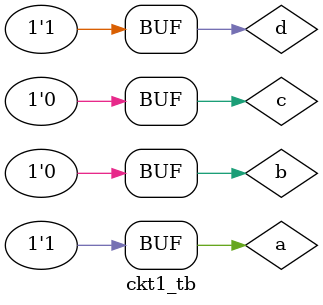
<source format=v>
module ckt1(output l,input a,b,c,d);
wire e,f,g,h,k;
and g1(e,a,b);
or g2(f,e,c);
not g3(g,f);
or g4(k,g,d);
xor g5(h,a,f);
//and g5(m,k,1'b1); --> for j s@0
nand g6(l,h,k);
//nand g6(L,h,k);

endmodule


module ckt1_tb;
wire l;
reg a,b,c,d;
ckt1 uut(.a(a),.b(b),.c(c),.d(d),.l(l));
initial begin
a=1'b0; b=1'b0; c=1'b0; d=1'b0; #10;
a=1'b1; b=1'b1; c=1'b1; d=1'b1; #10;
a=1'b0; b=1'b1; c=1'b1; d=1'b1; #10;
a=1'b1; b=1'b1; c=1'b0; d=1'b1; #10;
a=1'b1; b=1'b0; c=1'b1; d=1'b1; #10;
a=1'b0; b=1'b0; c=1'b1; d=1'b1; #10;
a=1'b1; b=1'b0; c=1'b0; d=1'b1; #10;

end
endmodule

</source>
